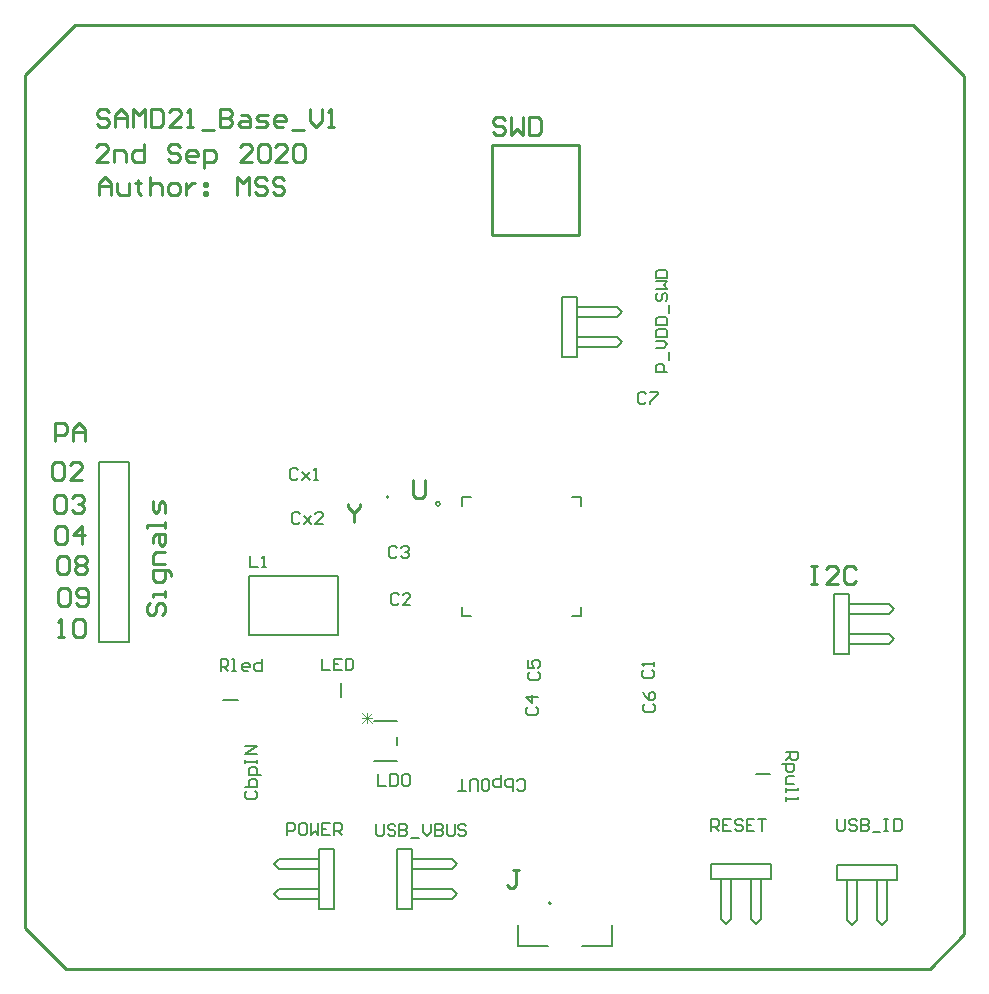
<source format=gto>
G04*
G04 #@! TF.GenerationSoftware,Altium Limited,Altium Designer,20.1.14 (287)*
G04*
G04 Layer_Color=65535*
%FSLAX44Y44*%
%MOMM*%
G71*
G04*
G04 #@! TF.SameCoordinates,0151AA7F-9923-44C8-ACC0-2CDA610C712D*
G04*
G04*
G04 #@! TF.FilePolarity,Positive*
G04*
G01*
G75*
%ADD10C,0.2000*%
%ADD11C,0.0500*%
%ADD12C,0.2540*%
%ADD13C,0.1270*%
%ADD14C,0.1524*%
%ADD15C,0.1500*%
%ADD16C,0.0762*%
D10*
X681373Y656640D02*
G03*
X681373Y656640I-1803J0D01*
G01*
X775550Y318570D02*
G03*
X775550Y318570I-1000J0D01*
G01*
X392430Y539750D02*
X417830D01*
X392430Y692150D02*
X417830D01*
Y539750D02*
Y692150D01*
X392430Y539750D02*
Y692150D01*
X598060Y493110D02*
Y505110D01*
X949040Y427990D02*
X961040D01*
X797560Y823383D02*
X831427D01*
X835660Y819150D01*
X831427Y814917D02*
X835660Y819150D01*
X797560Y814917D02*
X831427D01*
X797560Y797983D02*
X831427D01*
X831427Y797983D02*
X835660Y793750D01*
X831427Y789517D02*
X835660Y793750D01*
X797560Y789517D02*
X831427D01*
X784860Y781050D02*
Y831850D01*
Y781050D02*
X797560D01*
X784860Y831850D02*
X797560D01*
Y781050D02*
Y831850D01*
X657860Y356023D02*
X691727D01*
X695960Y351790D01*
X691727Y347557D02*
X695960Y351790D01*
X657860Y347557D02*
X691727D01*
X657860Y330623D02*
X691727D01*
X691727Y330623D02*
X695960Y326390D01*
X691727Y322157D02*
X695960Y326390D01*
X657860Y322157D02*
X691727D01*
X645160Y313690D02*
Y364490D01*
Y313690D02*
X657860D01*
X645160Y364490D02*
X657860D01*
Y313690D02*
Y364490D01*
X1059603Y303953D02*
Y337820D01*
X1055370Y299720D02*
X1059603Y303953D01*
X1051137D02*
X1055370Y299720D01*
X1051137Y303953D02*
Y337820D01*
X1034203Y303953D02*
Y337820D01*
X1029970Y299720D02*
X1034203Y303953D01*
X1025737D02*
X1029970Y299720D01*
X1025737Y303953D02*
Y337820D01*
X1017270Y350520D02*
X1068070D01*
X1017270Y337820D02*
Y350520D01*
X1068070Y337820D02*
Y350520D01*
X1017270Y337820D02*
X1068070D01*
X498080Y490220D02*
X510080D01*
X952923Y305223D02*
Y339090D01*
X948690Y300990D02*
X952923Y305223D01*
X944457D02*
X948690Y300990D01*
X944457Y305223D02*
Y339090D01*
X927523Y305223D02*
Y339090D01*
X923290Y300990D02*
X927523Y305223D01*
X919057D02*
X923290Y300990D01*
X919057Y305223D02*
Y339090D01*
X910590Y351790D02*
X961390D01*
X910590Y339090D02*
Y351790D01*
X961390Y339090D02*
Y351790D01*
X910590Y339090D02*
X961390D01*
X545253Y322157D02*
X579120D01*
X541020Y326390D02*
X545253Y322157D01*
X541020Y326390D02*
X545253Y330623D01*
X579120D01*
X545253Y347557D02*
X579120D01*
X541020Y351790D02*
X545253Y347557D01*
X541020Y351790D02*
X545253Y356023D01*
X579120D01*
X591820Y313690D02*
Y364490D01*
X579120D02*
X591820D01*
X579120Y313690D02*
X591820D01*
X579120D02*
Y364490D01*
X595030Y545230D02*
Y570230D01*
X520030Y545230D02*
X595030D01*
X520030D02*
Y595230D01*
X595030D01*
Y570230D02*
Y595230D01*
X1027430Y571923D02*
X1061297D01*
X1065530Y567690D01*
X1061297Y563457D02*
X1065530Y567690D01*
X1027430Y563457D02*
X1061297D01*
X1027430Y546523D02*
X1061297D01*
X1061297Y546523D02*
X1065530Y542290D01*
X1061297Y538057D02*
X1065530Y542290D01*
X1027430Y538057D02*
X1061297D01*
X1014730Y529590D02*
Y580390D01*
Y529590D02*
X1027430D01*
X1014730Y580390D02*
X1027430D01*
Y529590D02*
Y580390D01*
D11*
X638374Y662380D02*
G03*
X638374Y662380I-1414J0D01*
G01*
D12*
X725170Y883920D02*
Y960120D01*
Y883920D02*
X798830D01*
Y960120D01*
X725170D02*
X798830D01*
X330200Y297180D02*
Y299720D01*
Y307340D01*
Y297180D02*
X364490Y262890D01*
X1096010D01*
X1125220Y292100D01*
Y1018540D01*
X1082040Y1061720D02*
X1125220Y1018540D01*
X372110Y1061720D02*
X1082040D01*
X330200Y1019810D02*
X372110Y1061720D01*
X330200Y307340D02*
Y1019810D01*
X736597Y981706D02*
X734057Y984245D01*
X728979D01*
X726440Y981706D01*
Y979167D01*
X728979Y976628D01*
X734057D01*
X736597Y974088D01*
Y971549D01*
X734057Y969010D01*
X728979D01*
X726440Y971549D01*
X741675Y984245D02*
Y969010D01*
X746753Y974088D01*
X751832Y969010D01*
Y984245D01*
X756910D02*
Y969010D01*
X764528D01*
X767067Y971549D01*
Y981706D01*
X764528Y984245D01*
X756910D01*
X658876Y676651D02*
Y663955D01*
X661415Y661416D01*
X666494D01*
X669033Y663955D01*
Y676651D01*
X392430Y918210D02*
Y928367D01*
X397508Y933445D01*
X402587Y928367D01*
Y918210D01*
Y925827D01*
X392430D01*
X407665Y928367D02*
Y920749D01*
X410204Y918210D01*
X417822D01*
Y928367D01*
X425439Y930906D02*
Y928367D01*
X422900D01*
X427979D01*
X425439D01*
Y920749D01*
X427979Y918210D01*
X435596Y933445D02*
Y918210D01*
Y925827D01*
X438135Y928367D01*
X443214D01*
X445753Y925827D01*
Y918210D01*
X453370D02*
X458449D01*
X460988Y920749D01*
Y925827D01*
X458449Y928367D01*
X453370D01*
X450831Y925827D01*
Y920749D01*
X453370Y918210D01*
X466066Y928367D02*
Y918210D01*
Y923288D01*
X468605Y925827D01*
X471144Y928367D01*
X473684D01*
X481301D02*
X483840D01*
Y925827D01*
X481301D01*
Y928367D01*
Y920749D02*
X483840D01*
Y918210D01*
X481301D01*
Y920749D01*
X509232Y918210D02*
Y933445D01*
X514311Y928367D01*
X519389Y933445D01*
Y918210D01*
X534624Y930906D02*
X532085Y933445D01*
X527006D01*
X524467Y930906D01*
Y928367D01*
X527006Y925827D01*
X532085D01*
X534624Y923288D01*
Y920749D01*
X532085Y918210D01*
X527006D01*
X524467Y920749D01*
X549859Y930906D02*
X547320Y933445D01*
X542242D01*
X539702Y930906D01*
Y928367D01*
X542242Y925827D01*
X547320D01*
X549859Y923288D01*
Y920749D01*
X547320Y918210D01*
X542242D01*
X539702Y920749D01*
X400047Y946148D02*
X389890D01*
X400047Y956305D01*
Y958844D01*
X397508Y961383D01*
X392429D01*
X389890Y958844D01*
X405125Y946148D02*
Y956305D01*
X412743D01*
X415282Y953766D01*
Y946148D01*
X430517Y961383D02*
Y946148D01*
X422899D01*
X420360Y948688D01*
Y953766D01*
X422899Y956305D01*
X430517D01*
X460987Y958844D02*
X458448Y961383D01*
X453369D01*
X450830Y958844D01*
Y956305D01*
X453369Y953766D01*
X458448D01*
X460987Y951227D01*
Y948688D01*
X458448Y946148D01*
X453369D01*
X450830Y948688D01*
X473683Y946148D02*
X468605D01*
X466065Y948688D01*
Y953766D01*
X468605Y956305D01*
X473683D01*
X476222Y953766D01*
Y951227D01*
X466065D01*
X481300Y941070D02*
Y956305D01*
X488918D01*
X491457Y953766D01*
Y948688D01*
X488918Y946148D01*
X481300D01*
X521927D02*
X511771D01*
X521927Y956305D01*
Y958844D01*
X519388Y961383D01*
X514310D01*
X511771Y958844D01*
X527006D02*
X529545Y961383D01*
X534623D01*
X537162Y958844D01*
Y948688D01*
X534623Y946148D01*
X529545D01*
X527006Y948688D01*
Y958844D01*
X552397Y946148D02*
X542241D01*
X552397Y956305D01*
Y958844D01*
X549858Y961383D01*
X544780D01*
X542241Y958844D01*
X557476D02*
X560015Y961383D01*
X565093D01*
X567632Y958844D01*
Y948688D01*
X565093Y946148D01*
X560015D01*
X557476Y948688D01*
Y958844D01*
X401317Y988055D02*
X398778Y990594D01*
X393699D01*
X391160Y988055D01*
Y985516D01*
X393699Y982977D01*
X398778D01*
X401317Y980437D01*
Y977898D01*
X398778Y975359D01*
X393699D01*
X391160Y977898D01*
X406395Y975359D02*
Y985516D01*
X411473Y990594D01*
X416552Y985516D01*
Y975359D01*
Y982977D01*
X406395D01*
X421630Y975359D02*
Y990594D01*
X426708Y985516D01*
X431787Y990594D01*
Y975359D01*
X436865Y990594D02*
Y975359D01*
X444483D01*
X447022Y977898D01*
Y988055D01*
X444483Y990594D01*
X436865D01*
X462257Y975359D02*
X452100D01*
X462257Y985516D01*
Y988055D01*
X459718Y990594D01*
X454640D01*
X452100Y988055D01*
X467335Y975359D02*
X472414D01*
X469874D01*
Y990594D01*
X467335Y988055D01*
X480031Y972820D02*
X490188D01*
X495266Y990594D02*
Y975359D01*
X502884D01*
X505423Y977898D01*
Y980437D01*
X502884Y982977D01*
X495266D01*
X502884D01*
X505423Y985516D01*
Y988055D01*
X502884Y990594D01*
X495266D01*
X513041Y985516D02*
X518119D01*
X520658Y982977D01*
Y975359D01*
X513041D01*
X510501Y977898D01*
X513041Y980437D01*
X520658D01*
X525737Y975359D02*
X533354D01*
X535893Y977898D01*
X533354Y980437D01*
X528276D01*
X525737Y982977D01*
X528276Y985516D01*
X535893D01*
X548589Y975359D02*
X543511D01*
X540971Y977898D01*
Y982977D01*
X543511Y985516D01*
X548589D01*
X551128Y982977D01*
Y980437D01*
X540971D01*
X556207Y972820D02*
X566363D01*
X571442Y990594D02*
Y980437D01*
X576520Y975359D01*
X581598Y980437D01*
Y990594D01*
X586677Y975359D02*
X591755D01*
X589216D01*
Y990594D01*
X586677Y988055D01*
X358140Y543560D02*
X363218D01*
X360679D01*
Y558795D01*
X358140Y556256D01*
X370836D02*
X373375Y558795D01*
X378453D01*
X380993Y556256D01*
Y546099D01*
X378453Y543560D01*
X373375D01*
X370836Y546099D01*
Y556256D01*
X358140Y582926D02*
X360679Y585465D01*
X365757D01*
X368297Y582926D01*
Y572769D01*
X365757Y570230D01*
X360679D01*
X358140Y572769D01*
Y582926D01*
X373375Y572769D02*
X375914Y570230D01*
X380993D01*
X383532Y572769D01*
Y582926D01*
X380993Y585465D01*
X375914D01*
X373375Y582926D01*
Y580387D01*
X375914Y577848D01*
X383532D01*
X356870Y609596D02*
X359409Y612135D01*
X364487D01*
X367027Y609596D01*
Y599439D01*
X364487Y596900D01*
X359409D01*
X356870Y599439D01*
Y609596D01*
X372105D02*
X374644Y612135D01*
X379723D01*
X382262Y609596D01*
Y607057D01*
X379723Y604518D01*
X382262Y601978D01*
Y599439D01*
X379723Y596900D01*
X374644D01*
X372105Y599439D01*
Y601978D01*
X374644Y604518D01*
X372105Y607057D01*
Y609596D01*
X374644Y604518D02*
X379723D01*
X355600Y634996D02*
X358139Y637535D01*
X363218D01*
X365757Y634996D01*
Y624839D01*
X363218Y622300D01*
X358139D01*
X355600Y624839D01*
Y634996D01*
X378453Y622300D02*
Y637535D01*
X370835Y629917D01*
X380992D01*
X354330Y661666D02*
X356869Y664205D01*
X361948D01*
X364487Y661666D01*
Y651509D01*
X361948Y648970D01*
X356869D01*
X354330Y651509D01*
Y661666D01*
X369565D02*
X372104Y664205D01*
X377183D01*
X379722Y661666D01*
Y659127D01*
X377183Y656588D01*
X374643D01*
X377183D01*
X379722Y654048D01*
Y651509D01*
X377183Y648970D01*
X372104D01*
X369565Y651509D01*
X353060Y689606D02*
X355599Y692145D01*
X360677D01*
X363217Y689606D01*
Y679449D01*
X360677Y676910D01*
X355599D01*
X353060Y679449D01*
Y689606D01*
X378452Y676910D02*
X368295D01*
X378452Y687067D01*
Y689606D01*
X375913Y692145D01*
X370834D01*
X368295Y689606D01*
X355600Y709930D02*
Y725165D01*
X363218D01*
X365757Y722626D01*
Y717548D01*
X363218Y715008D01*
X355600D01*
X370835Y709930D02*
Y720087D01*
X375913Y725165D01*
X380992Y720087D01*
Y709930D01*
Y717548D01*
X370835D01*
X435612Y572782D02*
X433073Y570243D01*
Y565165D01*
X435612Y562626D01*
X438152D01*
X440691Y565165D01*
Y570243D01*
X443230Y572782D01*
X445769D01*
X448308Y570243D01*
Y565165D01*
X445769Y562626D01*
X448308Y577861D02*
Y582939D01*
Y580400D01*
X438152D01*
Y577861D01*
X453387Y595635D02*
Y598174D01*
X450848Y600713D01*
X438152D01*
Y593096D01*
X440691Y590557D01*
X445769D01*
X448308Y593096D01*
Y600713D01*
Y605792D02*
X438152D01*
Y613409D01*
X440691Y615948D01*
X448308D01*
X438152Y623566D02*
Y628644D01*
X440691Y631183D01*
X448308D01*
Y623566D01*
X445769Y621027D01*
X443230Y623566D01*
Y631183D01*
X448308Y636262D02*
Y641340D01*
Y638801D01*
X433073D01*
Y636262D01*
X448308Y648958D02*
Y656575D01*
X445769Y659114D01*
X443230Y656575D01*
Y651497D01*
X440691Y648958D01*
X438152Y651497D01*
Y659114D01*
X603252Y656588D02*
Y654048D01*
X608330Y648970D01*
X613408Y654048D01*
Y656588D01*
X608330Y648970D02*
Y641352D01*
X748238Y346668D02*
X743160D01*
X745699D01*
Y333972D01*
X743160Y331432D01*
X740621D01*
X738082Y333972D01*
X995934Y604261D02*
X1001012D01*
X998473D01*
Y589026D01*
X995934D01*
X1001012D01*
X1018787D02*
X1008630D01*
X1018787Y599183D01*
Y601722D01*
X1016247Y604261D01*
X1011169D01*
X1008630Y601722D01*
X1034022D02*
X1031482Y604261D01*
X1026404D01*
X1023865Y601722D01*
Y591565D01*
X1026404Y589026D01*
X1031482D01*
X1034022Y591565D01*
D13*
X793070Y561640D02*
X801070D01*
Y569640D01*
X700070Y561640D02*
X708070D01*
X700070D02*
Y569640D01*
X801070Y654640D02*
Y662640D01*
X793070D02*
X801070D01*
X700070Y654640D02*
Y662640D01*
X708070D01*
X747550Y282070D02*
Y299870D01*
Y282070D02*
X773350D01*
X827550D02*
Y299870D01*
X801750Y282070D02*
X827550D01*
D14*
X625221Y472694D02*
X644779D01*
Y452297D02*
Y459563D01*
X625221Y439166D02*
X644779D01*
D15*
X756128Y484744D02*
X754462Y483078D01*
Y479745D01*
X756128Y478079D01*
X762792D01*
X764458Y479745D01*
Y483078D01*
X762792Y484744D01*
X764458Y493074D02*
X754462D01*
X759460Y488076D01*
Y494741D01*
X757638Y513954D02*
X755972Y512288D01*
Y508955D01*
X757638Y507289D01*
X764302D01*
X765968Y508955D01*
Y512288D01*
X764302Y513954D01*
X755972Y523951D02*
Y517286D01*
X760970D01*
X759304Y520618D01*
Y522285D01*
X760970Y523951D01*
X764302D01*
X765968Y522285D01*
Y518952D01*
X764302Y517286D01*
X854038Y515620D02*
X852372Y513954D01*
Y510622D01*
X854038Y508955D01*
X860702D01*
X862368Y510622D01*
Y513954D01*
X860702Y515620D01*
X862368Y518952D02*
Y522285D01*
Y520618D01*
X852372D01*
X854038Y518952D01*
X855188Y487284D02*
X853522Y485618D01*
Y482285D01*
X855188Y480619D01*
X861852D01*
X863518Y482285D01*
Y485618D01*
X861852Y487284D01*
X853522Y497281D02*
X855188Y493948D01*
X858520Y490616D01*
X861852D01*
X863518Y492282D01*
Y495615D01*
X861852Y497281D01*
X860186D01*
X858520Y495615D01*
Y490616D01*
X581550Y525617D02*
Y515620D01*
X588214D01*
X598211Y525617D02*
X591547D01*
Y515620D01*
X598211D01*
X591547Y520618D02*
X594879D01*
X601544Y525617D02*
Y515620D01*
X606542D01*
X608208Y517286D01*
Y523951D01*
X606542Y525617D01*
X601544D01*
X974568Y446277D02*
X984565D01*
Y441278D01*
X982898Y439612D01*
X979566D01*
X977900Y441278D01*
Y446277D01*
Y442944D02*
X974568Y439612D01*
X971236Y436280D02*
X981232D01*
Y431281D01*
X979566Y429615D01*
X976234D01*
X974568Y431281D01*
Y436280D01*
X981232Y426283D02*
X976234D01*
X974568Y424617D01*
Y419618D01*
X981232D01*
X974568Y416286D02*
Y412954D01*
Y414620D01*
X984565D01*
Y416286D01*
X974568Y407956D02*
Y404623D01*
Y406289D01*
X984565D01*
Y407956D01*
X746710Y415372D02*
X748376Y413705D01*
X751708D01*
X753374Y415372D01*
Y422036D01*
X751708Y423702D01*
X748376D01*
X746710Y422036D01*
X743377Y413705D02*
Y423702D01*
X738379D01*
X736713Y422036D01*
Y420370D01*
Y418704D01*
X738379Y417038D01*
X743377D01*
X733381Y427034D02*
Y417038D01*
X728382D01*
X726716Y418704D01*
Y422036D01*
X728382Y423702D01*
X733381D01*
X718385Y413705D02*
X721718D01*
X723384Y415372D01*
Y422036D01*
X721718Y423702D01*
X718385D01*
X716719Y422036D01*
Y415372D01*
X718385Y413705D01*
X713387D02*
Y422036D01*
X711721Y423702D01*
X708389D01*
X706723Y422036D01*
Y413705D01*
X703390D02*
X696726D01*
X700058D01*
Y423702D01*
X518242Y413432D02*
X516575Y411766D01*
Y408433D01*
X518242Y406767D01*
X524906D01*
X526572Y408433D01*
Y411766D01*
X524906Y413432D01*
X516575Y416764D02*
X526572D01*
Y421763D01*
X524906Y423429D01*
X523240D01*
X521574D01*
X519908Y421763D01*
Y416764D01*
X529905Y426761D02*
X519908D01*
Y431759D01*
X521574Y433425D01*
X524906D01*
X526572Y431759D01*
Y426761D01*
X516575Y436758D02*
Y440090D01*
Y438424D01*
X526572D01*
Y436758D01*
Y440090D01*
Y445088D02*
X516575D01*
X526572Y451753D01*
X516575D01*
X874115Y768211D02*
X864118D01*
Y773209D01*
X865785Y774875D01*
X869117D01*
X870783Y773209D01*
Y768211D01*
X875781Y778207D02*
Y784872D01*
X864118Y788204D02*
X870783D01*
X874115Y791536D01*
X870783Y794869D01*
X864118D01*
Y798201D02*
X874115D01*
Y803199D01*
X872449Y804865D01*
X865785D01*
X864118Y803199D01*
Y798201D01*
Y808198D02*
X874115D01*
Y813196D01*
X872449Y814862D01*
X865785D01*
X864118Y813196D01*
Y808198D01*
X875781Y818195D02*
Y824859D01*
X865785Y834856D02*
X864118Y833190D01*
Y829857D01*
X865785Y828191D01*
X867451D01*
X869117Y829857D01*
Y833190D01*
X870783Y834856D01*
X872449D01*
X874115Y833190D01*
Y829857D01*
X872449Y828191D01*
X864118Y838188D02*
X874115D01*
X870783Y841520D01*
X874115Y844853D01*
X864118D01*
Y848185D02*
X874115D01*
Y853183D01*
X872449Y854849D01*
X865785D01*
X864118Y853183D01*
Y848185D01*
X629291Y427908D02*
Y417912D01*
X635956D01*
X639288Y427908D02*
Y417912D01*
X644286D01*
X645952Y419578D01*
Y426242D01*
X644286Y427908D01*
X639288D01*
X654283D02*
X650951D01*
X649285Y426242D01*
Y419578D01*
X650951Y417912D01*
X654283D01*
X655949Y419578D01*
Y426242D01*
X654283Y427908D01*
X627159Y385561D02*
Y377231D01*
X628825Y375565D01*
X632157D01*
X633824Y377231D01*
Y385561D01*
X643820Y383895D02*
X642154Y385561D01*
X638822D01*
X637156Y383895D01*
Y382229D01*
X638822Y380563D01*
X642154D01*
X643820Y378897D01*
Y377231D01*
X642154Y375565D01*
X638822D01*
X637156Y377231D01*
X647153Y385561D02*
Y375565D01*
X652151D01*
X653817Y377231D01*
Y378897D01*
X652151Y380563D01*
X647153D01*
X652151D01*
X653817Y382229D01*
Y383895D01*
X652151Y385561D01*
X647153D01*
X657149Y373899D02*
X663814D01*
X667146Y385561D02*
Y378897D01*
X670478Y375565D01*
X673811Y378897D01*
Y385561D01*
X677143D02*
Y375565D01*
X682141D01*
X683807Y377231D01*
Y378897D01*
X682141Y380563D01*
X677143D01*
X682141D01*
X683807Y382229D01*
Y383895D01*
X682141Y385561D01*
X677143D01*
X687140D02*
Y377231D01*
X688806Y375565D01*
X692138D01*
X693804Y377231D01*
Y385561D01*
X703801Y383895D02*
X702135Y385561D01*
X698803D01*
X697137Y383895D01*
Y382229D01*
X698803Y380563D01*
X702135D01*
X703801Y378897D01*
Y377231D01*
X702135Y375565D01*
X698803D01*
X697137Y377231D01*
X1017778Y389981D02*
Y381650D01*
X1019444Y379984D01*
X1022776D01*
X1024443Y381650D01*
Y389981D01*
X1034439Y388315D02*
X1032773Y389981D01*
X1029441D01*
X1027775Y388315D01*
Y386648D01*
X1029441Y384982D01*
X1032773D01*
X1034439Y383316D01*
Y381650D01*
X1032773Y379984D01*
X1029441D01*
X1027775Y381650D01*
X1037772Y389981D02*
Y379984D01*
X1042770D01*
X1044436Y381650D01*
Y383316D01*
X1042770Y384982D01*
X1037772D01*
X1042770D01*
X1044436Y386648D01*
Y388315D01*
X1042770Y389981D01*
X1037772D01*
X1047768Y378318D02*
X1054433D01*
X1057765Y389981D02*
X1061097D01*
X1059431D01*
Y379984D01*
X1057765D01*
X1061097D01*
X1066096Y389981D02*
Y379984D01*
X1071094D01*
X1072760Y381650D01*
Y388315D01*
X1071094Y389981D01*
X1066096D01*
X495698Y514858D02*
Y524855D01*
X500696D01*
X502363Y523189D01*
Y519856D01*
X500696Y518190D01*
X495698D01*
X499030D02*
X502363Y514858D01*
X505695D02*
X509027D01*
X507361D01*
Y524855D01*
X505695D01*
X519024Y514858D02*
X515692D01*
X514025Y516524D01*
Y519856D01*
X515692Y521522D01*
X519024D01*
X520690Y519856D01*
Y518190D01*
X514025D01*
X530687Y524855D02*
Y514858D01*
X525688D01*
X524022Y516524D01*
Y519856D01*
X525688Y521522D01*
X530687D01*
X911098Y379476D02*
Y389473D01*
X916096D01*
X917763Y387807D01*
Y384474D01*
X916096Y382808D01*
X911098D01*
X914430D02*
X917763Y379476D01*
X927759Y389473D02*
X921095D01*
Y379476D01*
X927759D01*
X921095Y384474D02*
X924427D01*
X937756Y387807D02*
X936090Y389473D01*
X932758D01*
X931092Y387807D01*
Y386141D01*
X932758Y384474D01*
X936090D01*
X937756Y382808D01*
Y381142D01*
X936090Y379476D01*
X932758D01*
X931092Y381142D01*
X947753Y389473D02*
X941088D01*
Y379476D01*
X947753D01*
X941088Y384474D02*
X944421D01*
X951085Y389473D02*
X957750D01*
X954417D01*
Y379476D01*
X551984Y376002D02*
Y385998D01*
X556983D01*
X558649Y384332D01*
Y381000D01*
X556983Y379334D01*
X551984D01*
X566979Y385998D02*
X563647D01*
X561981Y384332D01*
Y377668D01*
X563647Y376002D01*
X566979D01*
X568646Y377668D01*
Y384332D01*
X566979Y385998D01*
X571978D02*
Y376002D01*
X575310Y379334D01*
X578642Y376002D01*
Y385998D01*
X588639D02*
X581974D01*
Y376002D01*
X588639D01*
X581974Y381000D02*
X585307D01*
X591971Y376002D02*
Y385998D01*
X596970D01*
X598636Y384332D01*
Y381000D01*
X596970Y379334D01*
X591971D01*
X595304D02*
X598636Y376002D01*
X520446Y612739D02*
Y602742D01*
X527110D01*
X530443D02*
X533775D01*
X532109D01*
Y612739D01*
X530443Y611073D01*
X562671Y648157D02*
X561004Y649823D01*
X557672D01*
X556006Y648157D01*
Y641492D01*
X557672Y639826D01*
X561004D01*
X562671Y641492D01*
X566003Y646490D02*
X572667Y639826D01*
X569335Y643158D01*
X572667Y646490D01*
X566003Y639826D01*
X582664D02*
X576000D01*
X582664Y646490D01*
Y648157D01*
X580998Y649823D01*
X577666D01*
X576000Y648157D01*
X561400Y684987D02*
X559734Y686653D01*
X556402D01*
X554736Y684987D01*
Y678322D01*
X556402Y676656D01*
X559734D01*
X561400Y678322D01*
X564733Y683320D02*
X571397Y676656D01*
X568065Y679988D01*
X571397Y683320D01*
X564733Y676656D01*
X574730D02*
X578062D01*
X576396D01*
Y686653D01*
X574730Y684987D01*
X856040Y749757D02*
X854374Y751423D01*
X851042D01*
X849376Y749757D01*
Y743092D01*
X851042Y741426D01*
X854374D01*
X856040Y743092D01*
X859373Y751423D02*
X866037D01*
Y749757D01*
X859373Y743092D01*
Y741426D01*
X645220Y618947D02*
X643554Y620613D01*
X640222D01*
X638556Y618947D01*
Y612282D01*
X640222Y610616D01*
X643554D01*
X645220Y612282D01*
X648553Y618947D02*
X650219Y620613D01*
X653551D01*
X655217Y618947D01*
Y617281D01*
X653551Y615614D01*
X651885D01*
X653551D01*
X655217Y613948D01*
Y612282D01*
X653551Y610616D01*
X650219D01*
X648553Y612282D01*
X646490Y579577D02*
X644824Y581243D01*
X641492D01*
X639826Y579577D01*
Y572912D01*
X641492Y571246D01*
X644824D01*
X646490Y572912D01*
X656487Y571246D02*
X649823D01*
X656487Y577910D01*
Y579577D01*
X654821Y581243D01*
X651489D01*
X649823Y579577D01*
D16*
X615760Y479820D02*
X624223Y471356D01*
X615760D02*
X624223Y479820D01*
X615760Y475588D02*
X624223D01*
X619991Y471356D02*
Y479820D01*
M02*

</source>
